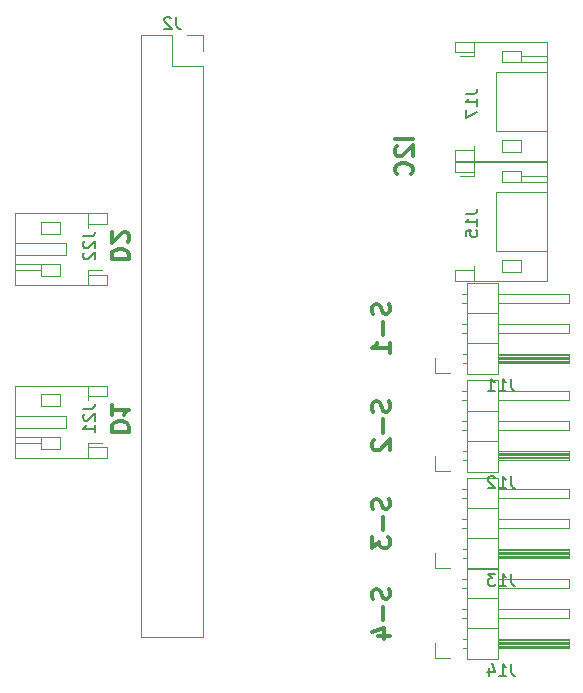
<source format=gbr>
G04 #@! TF.FileFunction,Legend,Bot*
%FSLAX46Y46*%
G04 Gerber Fmt 4.6, Leading zero omitted, Abs format (unit mm)*
G04 Created by KiCad (PCBNEW 4.0.7) date 09/14/18 14:53:24*
%MOMM*%
%LPD*%
G01*
G04 APERTURE LIST*
%ADD10C,0.100000*%
%ADD11C,0.300000*%
%ADD12C,0.120000*%
%ADD13C,0.150000*%
G04 APERTURE END LIST*
D10*
D11*
X82506429Y-69687142D02*
X84006429Y-69687142D01*
X84006429Y-69329999D01*
X83935000Y-69115714D01*
X83792143Y-68972856D01*
X83649286Y-68901428D01*
X83363571Y-68829999D01*
X83149286Y-68829999D01*
X82863571Y-68901428D01*
X82720714Y-68972856D01*
X82577857Y-69115714D01*
X82506429Y-69329999D01*
X82506429Y-69687142D01*
X83863571Y-68258571D02*
X83935000Y-68187142D01*
X84006429Y-68044285D01*
X84006429Y-67687142D01*
X83935000Y-67544285D01*
X83863571Y-67472856D01*
X83720714Y-67401428D01*
X83577857Y-67401428D01*
X83363571Y-67472856D01*
X82506429Y-68329999D01*
X82506429Y-67401428D01*
X82506429Y-84292142D02*
X84006429Y-84292142D01*
X84006429Y-83934999D01*
X83935000Y-83720714D01*
X83792143Y-83577856D01*
X83649286Y-83506428D01*
X83363571Y-83434999D01*
X83149286Y-83434999D01*
X82863571Y-83506428D01*
X82720714Y-83577856D01*
X82577857Y-83720714D01*
X82506429Y-83934999D01*
X82506429Y-84292142D01*
X82506429Y-82006428D02*
X82506429Y-82863571D01*
X82506429Y-82434999D02*
X84006429Y-82434999D01*
X83792143Y-82577856D01*
X83649286Y-82720714D01*
X83577857Y-82863571D01*
X107993571Y-59495715D02*
X106493571Y-59495715D01*
X106636429Y-60138572D02*
X106565000Y-60210001D01*
X106493571Y-60352858D01*
X106493571Y-60710001D01*
X106565000Y-60852858D01*
X106636429Y-60924287D01*
X106779286Y-60995715D01*
X106922143Y-60995715D01*
X107136429Y-60924287D01*
X107993571Y-60067144D01*
X107993571Y-60995715D01*
X107850714Y-62495715D02*
X107922143Y-62424286D01*
X107993571Y-62210000D01*
X107993571Y-62067143D01*
X107922143Y-61852858D01*
X107779286Y-61710000D01*
X107636429Y-61638572D01*
X107350714Y-61567143D01*
X107136429Y-61567143D01*
X106850714Y-61638572D01*
X106707857Y-61710000D01*
X106565000Y-61852858D01*
X106493571Y-62067143D01*
X106493571Y-62210000D01*
X106565000Y-62424286D01*
X106636429Y-62495715D01*
X106017143Y-73493572D02*
X106088571Y-73707858D01*
X106088571Y-74065001D01*
X106017143Y-74207858D01*
X105945714Y-74279287D01*
X105802857Y-74350715D01*
X105660000Y-74350715D01*
X105517143Y-74279287D01*
X105445714Y-74207858D01*
X105374286Y-74065001D01*
X105302857Y-73779287D01*
X105231429Y-73636429D01*
X105160000Y-73565001D01*
X105017143Y-73493572D01*
X104874286Y-73493572D01*
X104731429Y-73565001D01*
X104660000Y-73636429D01*
X104588571Y-73779287D01*
X104588571Y-74136429D01*
X104660000Y-74350715D01*
X105517143Y-74993572D02*
X105517143Y-76136429D01*
X106088571Y-77636429D02*
X106088571Y-76779286D01*
X106088571Y-77207858D02*
X104588571Y-77207858D01*
X104802857Y-77065001D01*
X104945714Y-76922143D01*
X105017143Y-76779286D01*
X106017143Y-97623572D02*
X106088571Y-97837858D01*
X106088571Y-98195001D01*
X106017143Y-98337858D01*
X105945714Y-98409287D01*
X105802857Y-98480715D01*
X105660000Y-98480715D01*
X105517143Y-98409287D01*
X105445714Y-98337858D01*
X105374286Y-98195001D01*
X105302857Y-97909287D01*
X105231429Y-97766429D01*
X105160000Y-97695001D01*
X105017143Y-97623572D01*
X104874286Y-97623572D01*
X104731429Y-97695001D01*
X104660000Y-97766429D01*
X104588571Y-97909287D01*
X104588571Y-98266429D01*
X104660000Y-98480715D01*
X105517143Y-99123572D02*
X105517143Y-100266429D01*
X105088571Y-101623572D02*
X106088571Y-101623572D01*
X104517143Y-101266429D02*
X105588571Y-100909286D01*
X105588571Y-101837858D01*
X106017143Y-90003572D02*
X106088571Y-90217858D01*
X106088571Y-90575001D01*
X106017143Y-90717858D01*
X105945714Y-90789287D01*
X105802857Y-90860715D01*
X105660000Y-90860715D01*
X105517143Y-90789287D01*
X105445714Y-90717858D01*
X105374286Y-90575001D01*
X105302857Y-90289287D01*
X105231429Y-90146429D01*
X105160000Y-90075001D01*
X105017143Y-90003572D01*
X104874286Y-90003572D01*
X104731429Y-90075001D01*
X104660000Y-90146429D01*
X104588571Y-90289287D01*
X104588571Y-90646429D01*
X104660000Y-90860715D01*
X105517143Y-91503572D02*
X105517143Y-92646429D01*
X104588571Y-93217858D02*
X104588571Y-94146429D01*
X105160000Y-93646429D01*
X105160000Y-93860715D01*
X105231429Y-94003572D01*
X105302857Y-94075001D01*
X105445714Y-94146429D01*
X105802857Y-94146429D01*
X105945714Y-94075001D01*
X106017143Y-94003572D01*
X106088571Y-93860715D01*
X106088571Y-93432143D01*
X106017143Y-93289286D01*
X105945714Y-93217858D01*
X106017143Y-81748572D02*
X106088571Y-81962858D01*
X106088571Y-82320001D01*
X106017143Y-82462858D01*
X105945714Y-82534287D01*
X105802857Y-82605715D01*
X105660000Y-82605715D01*
X105517143Y-82534287D01*
X105445714Y-82462858D01*
X105374286Y-82320001D01*
X105302857Y-82034287D01*
X105231429Y-81891429D01*
X105160000Y-81820001D01*
X105017143Y-81748572D01*
X104874286Y-81748572D01*
X104731429Y-81820001D01*
X104660000Y-81891429D01*
X104588571Y-82034287D01*
X104588571Y-82391429D01*
X104660000Y-82605715D01*
X105517143Y-83248572D02*
X105517143Y-84391429D01*
X104731429Y-85034286D02*
X104660000Y-85105715D01*
X104588571Y-85248572D01*
X104588571Y-85605715D01*
X104660000Y-85748572D01*
X104731429Y-85820001D01*
X104874286Y-85891429D01*
X105017143Y-85891429D01*
X105231429Y-85820001D01*
X106088571Y-84962858D01*
X106088571Y-85891429D01*
D12*
X112565000Y-79435000D02*
X112565000Y-71695000D01*
X112565000Y-71695000D02*
X115225000Y-71695000D01*
X115225000Y-71695000D02*
X115225000Y-79435000D01*
X115225000Y-79435000D02*
X112565000Y-79435000D01*
X115225000Y-78485000D02*
X121225000Y-78485000D01*
X121225000Y-78485000D02*
X121225000Y-77725000D01*
X121225000Y-77725000D02*
X115225000Y-77725000D01*
X115225000Y-78425000D02*
X121225000Y-78425000D01*
X115225000Y-78305000D02*
X121225000Y-78305000D01*
X115225000Y-78185000D02*
X121225000Y-78185000D01*
X115225000Y-78065000D02*
X121225000Y-78065000D01*
X115225000Y-77945000D02*
X121225000Y-77945000D01*
X115225000Y-77825000D02*
X121225000Y-77825000D01*
X112235000Y-78485000D02*
X112565000Y-78485000D01*
X112235000Y-77725000D02*
X112565000Y-77725000D01*
X112565000Y-76835000D02*
X115225000Y-76835000D01*
X115225000Y-75945000D02*
X121225000Y-75945000D01*
X121225000Y-75945000D02*
X121225000Y-75185000D01*
X121225000Y-75185000D02*
X115225000Y-75185000D01*
X112167929Y-75945000D02*
X112565000Y-75945000D01*
X112167929Y-75185000D02*
X112565000Y-75185000D01*
X112565000Y-74295000D02*
X115225000Y-74295000D01*
X115225000Y-73405000D02*
X121225000Y-73405000D01*
X121225000Y-73405000D02*
X121225000Y-72645000D01*
X121225000Y-72645000D02*
X115225000Y-72645000D01*
X112167929Y-73405000D02*
X112565000Y-73405000D01*
X112167929Y-72645000D02*
X112565000Y-72645000D01*
X109855000Y-78105000D02*
X109855000Y-79375000D01*
X109855000Y-79375000D02*
X111125000Y-79375000D01*
X112565000Y-87690000D02*
X112565000Y-79950000D01*
X112565000Y-79950000D02*
X115225000Y-79950000D01*
X115225000Y-79950000D02*
X115225000Y-87690000D01*
X115225000Y-87690000D02*
X112565000Y-87690000D01*
X115225000Y-86740000D02*
X121225000Y-86740000D01*
X121225000Y-86740000D02*
X121225000Y-85980000D01*
X121225000Y-85980000D02*
X115225000Y-85980000D01*
X115225000Y-86680000D02*
X121225000Y-86680000D01*
X115225000Y-86560000D02*
X121225000Y-86560000D01*
X115225000Y-86440000D02*
X121225000Y-86440000D01*
X115225000Y-86320000D02*
X121225000Y-86320000D01*
X115225000Y-86200000D02*
X121225000Y-86200000D01*
X115225000Y-86080000D02*
X121225000Y-86080000D01*
X112235000Y-86740000D02*
X112565000Y-86740000D01*
X112235000Y-85980000D02*
X112565000Y-85980000D01*
X112565000Y-85090000D02*
X115225000Y-85090000D01*
X115225000Y-84200000D02*
X121225000Y-84200000D01*
X121225000Y-84200000D02*
X121225000Y-83440000D01*
X121225000Y-83440000D02*
X115225000Y-83440000D01*
X112167929Y-84200000D02*
X112565000Y-84200000D01*
X112167929Y-83440000D02*
X112565000Y-83440000D01*
X112565000Y-82550000D02*
X115225000Y-82550000D01*
X115225000Y-81660000D02*
X121225000Y-81660000D01*
X121225000Y-81660000D02*
X121225000Y-80900000D01*
X121225000Y-80900000D02*
X115225000Y-80900000D01*
X112167929Y-81660000D02*
X112565000Y-81660000D01*
X112167929Y-80900000D02*
X112565000Y-80900000D01*
X109855000Y-86360000D02*
X109855000Y-87630000D01*
X109855000Y-87630000D02*
X111125000Y-87630000D01*
X112565000Y-95945000D02*
X112565000Y-88205000D01*
X112565000Y-88205000D02*
X115225000Y-88205000D01*
X115225000Y-88205000D02*
X115225000Y-95945000D01*
X115225000Y-95945000D02*
X112565000Y-95945000D01*
X115225000Y-94995000D02*
X121225000Y-94995000D01*
X121225000Y-94995000D02*
X121225000Y-94235000D01*
X121225000Y-94235000D02*
X115225000Y-94235000D01*
X115225000Y-94935000D02*
X121225000Y-94935000D01*
X115225000Y-94815000D02*
X121225000Y-94815000D01*
X115225000Y-94695000D02*
X121225000Y-94695000D01*
X115225000Y-94575000D02*
X121225000Y-94575000D01*
X115225000Y-94455000D02*
X121225000Y-94455000D01*
X115225000Y-94335000D02*
X121225000Y-94335000D01*
X112235000Y-94995000D02*
X112565000Y-94995000D01*
X112235000Y-94235000D02*
X112565000Y-94235000D01*
X112565000Y-93345000D02*
X115225000Y-93345000D01*
X115225000Y-92455000D02*
X121225000Y-92455000D01*
X121225000Y-92455000D02*
X121225000Y-91695000D01*
X121225000Y-91695000D02*
X115225000Y-91695000D01*
X112167929Y-92455000D02*
X112565000Y-92455000D01*
X112167929Y-91695000D02*
X112565000Y-91695000D01*
X112565000Y-90805000D02*
X115225000Y-90805000D01*
X115225000Y-89915000D02*
X121225000Y-89915000D01*
X121225000Y-89915000D02*
X121225000Y-89155000D01*
X121225000Y-89155000D02*
X115225000Y-89155000D01*
X112167929Y-89915000D02*
X112565000Y-89915000D01*
X112167929Y-89155000D02*
X112565000Y-89155000D01*
X109855000Y-94615000D02*
X109855000Y-95885000D01*
X109855000Y-95885000D02*
X111125000Y-95885000D01*
X112565000Y-103565000D02*
X112565000Y-95825000D01*
X112565000Y-95825000D02*
X115225000Y-95825000D01*
X115225000Y-95825000D02*
X115225000Y-103565000D01*
X115225000Y-103565000D02*
X112565000Y-103565000D01*
X115225000Y-102615000D02*
X121225000Y-102615000D01*
X121225000Y-102615000D02*
X121225000Y-101855000D01*
X121225000Y-101855000D02*
X115225000Y-101855000D01*
X115225000Y-102555000D02*
X121225000Y-102555000D01*
X115225000Y-102435000D02*
X121225000Y-102435000D01*
X115225000Y-102315000D02*
X121225000Y-102315000D01*
X115225000Y-102195000D02*
X121225000Y-102195000D01*
X115225000Y-102075000D02*
X121225000Y-102075000D01*
X115225000Y-101955000D02*
X121225000Y-101955000D01*
X112235000Y-102615000D02*
X112565000Y-102615000D01*
X112235000Y-101855000D02*
X112565000Y-101855000D01*
X112565000Y-100965000D02*
X115225000Y-100965000D01*
X115225000Y-100075000D02*
X121225000Y-100075000D01*
X121225000Y-100075000D02*
X121225000Y-99315000D01*
X121225000Y-99315000D02*
X115225000Y-99315000D01*
X112167929Y-100075000D02*
X112565000Y-100075000D01*
X112167929Y-99315000D02*
X112565000Y-99315000D01*
X112565000Y-98425000D02*
X115225000Y-98425000D01*
X115225000Y-97535000D02*
X121225000Y-97535000D01*
X121225000Y-97535000D02*
X121225000Y-96775000D01*
X121225000Y-96775000D02*
X115225000Y-96775000D01*
X112167929Y-97535000D02*
X112565000Y-97535000D01*
X112167929Y-96775000D02*
X112565000Y-96775000D01*
X109855000Y-102235000D02*
X109855000Y-103505000D01*
X109855000Y-103505000D02*
X111125000Y-103505000D01*
X119380000Y-64000000D02*
X115030000Y-64000000D01*
X115030000Y-64000000D02*
X115030000Y-69000000D01*
X115030000Y-69000000D02*
X119380000Y-69000000D01*
X113180000Y-62700000D02*
X113180000Y-62350000D01*
X113180000Y-62350000D02*
X111580000Y-62350000D01*
X111580000Y-62350000D02*
X111580000Y-61450000D01*
X111580000Y-61450000D02*
X119380000Y-61450000D01*
X119380000Y-61450000D02*
X119380000Y-71550000D01*
X119380000Y-71550000D02*
X111580000Y-71550000D01*
X111580000Y-71550000D02*
X111580000Y-70650000D01*
X111580000Y-70650000D02*
X113180000Y-70650000D01*
X113180000Y-70650000D02*
X113180000Y-70300000D01*
X113180000Y-61450000D02*
X113180000Y-62350000D01*
X113180000Y-71550000D02*
X113180000Y-70650000D01*
X115530000Y-62200000D02*
X117130000Y-62200000D01*
X117130000Y-62200000D02*
X117130000Y-63200000D01*
X117130000Y-63200000D02*
X115530000Y-63200000D01*
X115530000Y-63200000D02*
X115530000Y-62200000D01*
X115530000Y-70800000D02*
X117130000Y-70800000D01*
X117130000Y-70800000D02*
X117130000Y-69800000D01*
X117130000Y-69800000D02*
X115530000Y-69800000D01*
X115530000Y-69800000D02*
X115530000Y-70800000D01*
X117130000Y-63200000D02*
X119380000Y-63200000D01*
X117130000Y-62700000D02*
X119380000Y-62700000D01*
X113180000Y-62700000D02*
X111980000Y-62700000D01*
X119380000Y-53840000D02*
X115030000Y-53840000D01*
X115030000Y-53840000D02*
X115030000Y-58840000D01*
X115030000Y-58840000D02*
X119380000Y-58840000D01*
X113180000Y-52540000D02*
X113180000Y-52190000D01*
X113180000Y-52190000D02*
X111580000Y-52190000D01*
X111580000Y-52190000D02*
X111580000Y-51290000D01*
X111580000Y-51290000D02*
X119380000Y-51290000D01*
X119380000Y-51290000D02*
X119380000Y-61390000D01*
X119380000Y-61390000D02*
X111580000Y-61390000D01*
X111580000Y-61390000D02*
X111580000Y-60490000D01*
X111580000Y-60490000D02*
X113180000Y-60490000D01*
X113180000Y-60490000D02*
X113180000Y-60140000D01*
X113180000Y-51290000D02*
X113180000Y-52190000D01*
X113180000Y-61390000D02*
X113180000Y-60490000D01*
X115530000Y-52040000D02*
X117130000Y-52040000D01*
X117130000Y-52040000D02*
X117130000Y-53040000D01*
X117130000Y-53040000D02*
X115530000Y-53040000D01*
X115530000Y-53040000D02*
X115530000Y-52040000D01*
X115530000Y-60640000D02*
X117130000Y-60640000D01*
X117130000Y-60640000D02*
X117130000Y-59640000D01*
X117130000Y-59640000D02*
X115530000Y-59640000D01*
X115530000Y-59640000D02*
X115530000Y-60640000D01*
X117130000Y-53040000D02*
X119380000Y-53040000D01*
X117130000Y-52540000D02*
X119380000Y-52540000D01*
X113180000Y-52540000D02*
X111980000Y-52540000D01*
X74295000Y-83955000D02*
X78645000Y-83955000D01*
X78645000Y-83955000D02*
X78645000Y-82955000D01*
X78645000Y-82955000D02*
X74295000Y-82955000D01*
X80495000Y-85255000D02*
X80495000Y-85605000D01*
X80495000Y-85605000D02*
X82095000Y-85605000D01*
X82095000Y-85605000D02*
X82095000Y-86505000D01*
X82095000Y-86505000D02*
X74295000Y-86505000D01*
X74295000Y-86505000D02*
X74295000Y-80405000D01*
X74295000Y-80405000D02*
X82095000Y-80405000D01*
X82095000Y-80405000D02*
X82095000Y-81305000D01*
X82095000Y-81305000D02*
X80495000Y-81305000D01*
X80495000Y-81305000D02*
X80495000Y-81655000D01*
X80495000Y-86505000D02*
X80495000Y-85605000D01*
X80495000Y-80405000D02*
X80495000Y-81305000D01*
X78145000Y-85755000D02*
X76545000Y-85755000D01*
X76545000Y-85755000D02*
X76545000Y-84755000D01*
X76545000Y-84755000D02*
X78145000Y-84755000D01*
X78145000Y-84755000D02*
X78145000Y-85755000D01*
X78145000Y-81155000D02*
X76545000Y-81155000D01*
X76545000Y-81155000D02*
X76545000Y-82155000D01*
X76545000Y-82155000D02*
X78145000Y-82155000D01*
X78145000Y-82155000D02*
X78145000Y-81155000D01*
X76545000Y-84755000D02*
X74295000Y-84755000D01*
X76545000Y-85255000D02*
X74295000Y-85255000D01*
X80495000Y-85255000D02*
X81695000Y-85255000D01*
X74295000Y-69350000D02*
X78645000Y-69350000D01*
X78645000Y-69350000D02*
X78645000Y-68350000D01*
X78645000Y-68350000D02*
X74295000Y-68350000D01*
X80495000Y-70650000D02*
X80495000Y-71000000D01*
X80495000Y-71000000D02*
X82095000Y-71000000D01*
X82095000Y-71000000D02*
X82095000Y-71900000D01*
X82095000Y-71900000D02*
X74295000Y-71900000D01*
X74295000Y-71900000D02*
X74295000Y-65800000D01*
X74295000Y-65800000D02*
X82095000Y-65800000D01*
X82095000Y-65800000D02*
X82095000Y-66700000D01*
X82095000Y-66700000D02*
X80495000Y-66700000D01*
X80495000Y-66700000D02*
X80495000Y-67050000D01*
X80495000Y-71900000D02*
X80495000Y-71000000D01*
X80495000Y-65800000D02*
X80495000Y-66700000D01*
X78145000Y-71150000D02*
X76545000Y-71150000D01*
X76545000Y-71150000D02*
X76545000Y-70150000D01*
X76545000Y-70150000D02*
X78145000Y-70150000D01*
X78145000Y-70150000D02*
X78145000Y-71150000D01*
X78145000Y-66550000D02*
X76545000Y-66550000D01*
X76545000Y-66550000D02*
X76545000Y-67550000D01*
X76545000Y-67550000D02*
X78145000Y-67550000D01*
X78145000Y-67550000D02*
X78145000Y-66550000D01*
X76545000Y-70150000D02*
X74295000Y-70150000D01*
X76545000Y-70650000D02*
X74295000Y-70650000D01*
X80495000Y-70650000D02*
X81695000Y-70650000D01*
X90230000Y-101660000D02*
X85030000Y-101660000D01*
X90230000Y-53340000D02*
X90230000Y-101660000D01*
X85030000Y-50740000D02*
X85030000Y-101660000D01*
X90230000Y-53340000D02*
X87630000Y-53340000D01*
X87630000Y-53340000D02*
X87630000Y-50740000D01*
X87630000Y-50740000D02*
X85030000Y-50740000D01*
X90230000Y-52070000D02*
X90230000Y-50740000D01*
X90230000Y-50740000D02*
X88900000Y-50740000D01*
D13*
X116319523Y-79827381D02*
X116319523Y-80541667D01*
X116367143Y-80684524D01*
X116462381Y-80779762D01*
X116605238Y-80827381D01*
X116700476Y-80827381D01*
X115319523Y-80827381D02*
X115890952Y-80827381D01*
X115605238Y-80827381D02*
X115605238Y-79827381D01*
X115700476Y-79970238D01*
X115795714Y-80065476D01*
X115890952Y-80113095D01*
X114367142Y-80827381D02*
X114938571Y-80827381D01*
X114652857Y-80827381D02*
X114652857Y-79827381D01*
X114748095Y-79970238D01*
X114843333Y-80065476D01*
X114938571Y-80113095D01*
X116319523Y-88082381D02*
X116319523Y-88796667D01*
X116367143Y-88939524D01*
X116462381Y-89034762D01*
X116605238Y-89082381D01*
X116700476Y-89082381D01*
X115319523Y-89082381D02*
X115890952Y-89082381D01*
X115605238Y-89082381D02*
X115605238Y-88082381D01*
X115700476Y-88225238D01*
X115795714Y-88320476D01*
X115890952Y-88368095D01*
X114938571Y-88177619D02*
X114890952Y-88130000D01*
X114795714Y-88082381D01*
X114557618Y-88082381D01*
X114462380Y-88130000D01*
X114414761Y-88177619D01*
X114367142Y-88272857D01*
X114367142Y-88368095D01*
X114414761Y-88510952D01*
X114986190Y-89082381D01*
X114367142Y-89082381D01*
X116319523Y-96337381D02*
X116319523Y-97051667D01*
X116367143Y-97194524D01*
X116462381Y-97289762D01*
X116605238Y-97337381D01*
X116700476Y-97337381D01*
X115319523Y-97337381D02*
X115890952Y-97337381D01*
X115605238Y-97337381D02*
X115605238Y-96337381D01*
X115700476Y-96480238D01*
X115795714Y-96575476D01*
X115890952Y-96623095D01*
X114986190Y-96337381D02*
X114367142Y-96337381D01*
X114700476Y-96718333D01*
X114557618Y-96718333D01*
X114462380Y-96765952D01*
X114414761Y-96813571D01*
X114367142Y-96908810D01*
X114367142Y-97146905D01*
X114414761Y-97242143D01*
X114462380Y-97289762D01*
X114557618Y-97337381D01*
X114843333Y-97337381D01*
X114938571Y-97289762D01*
X114986190Y-97242143D01*
X116319523Y-103957381D02*
X116319523Y-104671667D01*
X116367143Y-104814524D01*
X116462381Y-104909762D01*
X116605238Y-104957381D01*
X116700476Y-104957381D01*
X115319523Y-104957381D02*
X115890952Y-104957381D01*
X115605238Y-104957381D02*
X115605238Y-103957381D01*
X115700476Y-104100238D01*
X115795714Y-104195476D01*
X115890952Y-104243095D01*
X114462380Y-104290714D02*
X114462380Y-104957381D01*
X114700476Y-103909762D02*
X114938571Y-104624048D01*
X114319523Y-104624048D01*
X112482381Y-65865477D02*
X113196667Y-65865477D01*
X113339524Y-65817857D01*
X113434762Y-65722619D01*
X113482381Y-65579762D01*
X113482381Y-65484524D01*
X113482381Y-66865477D02*
X113482381Y-66294048D01*
X113482381Y-66579762D02*
X112482381Y-66579762D01*
X112625238Y-66484524D01*
X112720476Y-66389286D01*
X112768095Y-66294048D01*
X112482381Y-67770239D02*
X112482381Y-67294048D01*
X112958571Y-67246429D01*
X112910952Y-67294048D01*
X112863333Y-67389286D01*
X112863333Y-67627382D01*
X112910952Y-67722620D01*
X112958571Y-67770239D01*
X113053810Y-67817858D01*
X113291905Y-67817858D01*
X113387143Y-67770239D01*
X113434762Y-67722620D01*
X113482381Y-67627382D01*
X113482381Y-67389286D01*
X113434762Y-67294048D01*
X113387143Y-67246429D01*
X112482381Y-55705477D02*
X113196667Y-55705477D01*
X113339524Y-55657857D01*
X113434762Y-55562619D01*
X113482381Y-55419762D01*
X113482381Y-55324524D01*
X113482381Y-56705477D02*
X113482381Y-56134048D01*
X113482381Y-56419762D02*
X112482381Y-56419762D01*
X112625238Y-56324524D01*
X112720476Y-56229286D01*
X112768095Y-56134048D01*
X112482381Y-57038810D02*
X112482381Y-57705477D01*
X113482381Y-57276905D01*
X80097381Y-82375477D02*
X80811667Y-82375477D01*
X80954524Y-82327857D01*
X81049762Y-82232619D01*
X81097381Y-82089762D01*
X81097381Y-81994524D01*
X80192619Y-82804048D02*
X80145000Y-82851667D01*
X80097381Y-82946905D01*
X80097381Y-83185001D01*
X80145000Y-83280239D01*
X80192619Y-83327858D01*
X80287857Y-83375477D01*
X80383095Y-83375477D01*
X80525952Y-83327858D01*
X81097381Y-82756429D01*
X81097381Y-83375477D01*
X81097381Y-84327858D02*
X81097381Y-83756429D01*
X81097381Y-84042143D02*
X80097381Y-84042143D01*
X80240238Y-83946905D01*
X80335476Y-83851667D01*
X80383095Y-83756429D01*
X80097381Y-67770477D02*
X80811667Y-67770477D01*
X80954524Y-67722857D01*
X81049762Y-67627619D01*
X81097381Y-67484762D01*
X81097381Y-67389524D01*
X80192619Y-68199048D02*
X80145000Y-68246667D01*
X80097381Y-68341905D01*
X80097381Y-68580001D01*
X80145000Y-68675239D01*
X80192619Y-68722858D01*
X80287857Y-68770477D01*
X80383095Y-68770477D01*
X80525952Y-68722858D01*
X81097381Y-68151429D01*
X81097381Y-68770477D01*
X80192619Y-69151429D02*
X80145000Y-69199048D01*
X80097381Y-69294286D01*
X80097381Y-69532382D01*
X80145000Y-69627620D01*
X80192619Y-69675239D01*
X80287857Y-69722858D01*
X80383095Y-69722858D01*
X80525952Y-69675239D01*
X81097381Y-69103810D01*
X81097381Y-69722858D01*
X87963333Y-49192381D02*
X87963333Y-49906667D01*
X88010953Y-50049524D01*
X88106191Y-50144762D01*
X88249048Y-50192381D01*
X88344286Y-50192381D01*
X87534762Y-49287619D02*
X87487143Y-49240000D01*
X87391905Y-49192381D01*
X87153809Y-49192381D01*
X87058571Y-49240000D01*
X87010952Y-49287619D01*
X86963333Y-49382857D01*
X86963333Y-49478095D01*
X87010952Y-49620952D01*
X87582381Y-50192381D01*
X86963333Y-50192381D01*
M02*

</source>
